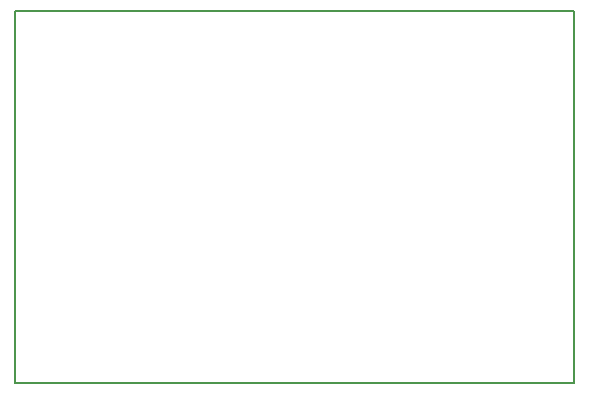
<source format=gm1>
G04 MADE WITH FRITZING*
G04 WWW.FRITZING.ORG*
G04 DOUBLE SIDED*
G04 HOLES PLATED*
G04 CONTOUR ON CENTER OF CONTOUR VECTOR*
%ASAXBY*%
%FSLAX23Y23*%
%MOIN*%
%OFA0B0*%
%SFA1.0B1.0*%
%ADD10R,1.870660X1.251350*%
%ADD11C,0.008000*%
%ADD10C,0.008*%
%LNCONTOUR*%
G90*
G70*
G54D10*
G54D11*
X4Y1247D02*
X1867Y1247D01*
X1867Y4D01*
X4Y4D01*
X4Y1247D01*
D02*
G04 End of contour*
M02*
</source>
